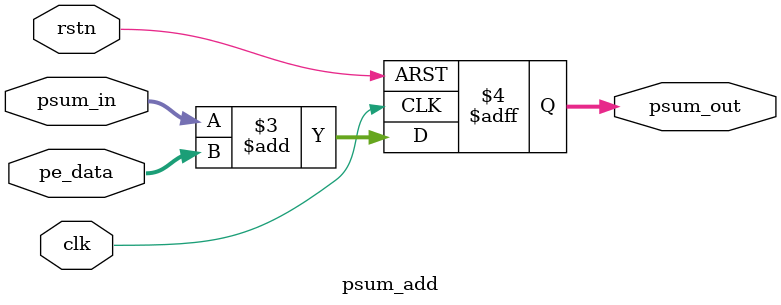
<source format=v>
module psum_add #(
    parameter DWIDTH = 32,
    parameter PE_DWIDTH = 16
) (
    input wire                        clk,
    input wire                        rstn,
    input wire signed [PE_DWIDTH-1:0] pe_data,
    input wire signed [   DWIDTH-1:0] psum_in,

    output reg signed [DWIDTH-1:0] psum_out
);

    // Adder tree
    always @(posedge clk or negedge rstn) begin
        if (!rstn) begin
            psum_out <= 0;
        end else begin
            psum_out <= psum_in + pe_data;
        end
    end
endmodule


</source>
